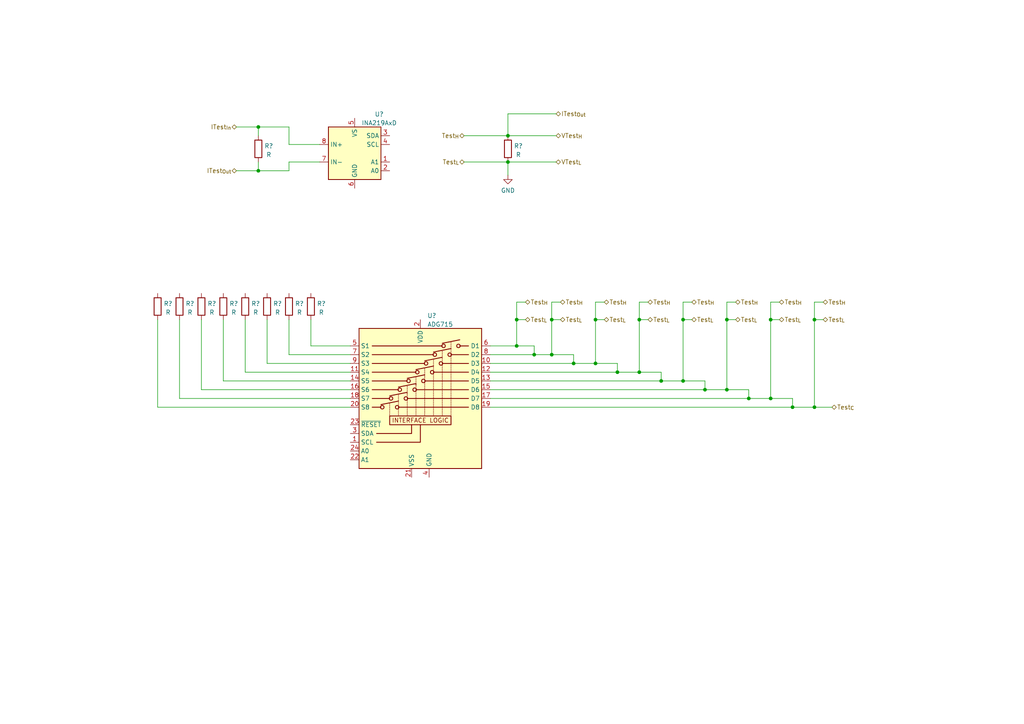
<source format=kicad_sch>
(kicad_sch (version 20211123) (generator eeschema)
  (paper "A4")
  (lib_symbols
    (symbol "4ms_Power-symbol:GND" (power) (pin_names (offset 0))
      (property "Value" "GND" (at 0 -3.81 0))
      (symbol "GND_0_1"
        (polyline (pts (xy 0 0) (xy 0 -1.27) (xy 1.27 -1.27) (xy 0 -2.54) (xy -1.27 -1.27) (xy 0 -1.27)))
      )
      (symbol "GND_1_1"
        (pin power_in line (at 0 0 270) (length 0) hide (name "GND") (number "1"))
      )
    )
    (symbol "Analog_ADC:INA219AxD"
      (property "Reference" "U" (at -6.35 8.89 0))
      (property "Value" "INA219AxD" (at 5.08 8.89 0))
      (symbol "INA219AxD_0_1"
        (rectangle (start -7.62 7.62) (end 7.62 -7.62) (stroke (width 0.254)) (fill (type background)))
      )
      (symbol "INA219AxD_1_1"
        (pin input line (at 10.16 -2.54 180) (length 2.54) (name "A1") (number "1"))
        (pin input line (at 10.16 -5.08 180) (length 2.54) (name "A0") (number "2"))
        (pin bidirectional line (at 10.16 5.08 180) (length 2.54) (name "SDA") (number "3"))
        (pin input line (at 10.16 2.54 180) (length 2.54) (name "SCL") (number "4"))
        (pin power_in line (at 0 10.16 270) (length 2.54) (name "VS") (number "5"))
        (pin power_in line (at 0 -10.16 90) (length 2.54) (name "GND") (number "6"))
        (pin input line (at -10.16 -2.54 0) (length 2.54) (name "IN-") (number "7"))
        (pin input line (at -10.16 2.54 0) (length 2.54) (name "IN+") (number "8"))
      )
    )
    (symbol "Analog_Switch:ADG715"
      (property "Reference" "U" (at -17.78 24.13 0))
      (property "Value" "ADG715" (at 10.16 24.13 0))
      (symbol "ADG715_0_0"
        (polyline (pts (xy -12.7 -7.62) (xy -2.54 -7.62) (xy -2.54 -5.08)) (stroke (width 0.254)))
        (polyline (pts (xy -12.7 -10.16) (xy 0 -10.16) (xy 0 -7.62) (xy 0 -5.08)) (stroke (width 0.254)))
        (text "INTERFACE LOGIC" (at 0 -3.81 0) (effects (font (size 1.27 1.27))))
      )
      (symbol "ADG715_0_1"
        (rectangle (start -17.78 -17.78) (end 17.78 22.86) (stroke (width 0.254)) (fill (type background)))
        (rectangle (start -8.89 -2.54) (end 8.89 -5.08) (stroke (width 0.254)))
        (polyline (pts (xy -11.43 0) (xy -13.97 0)) (stroke (width 0.254)))
        (polyline (pts (xy -8.89 2.54) (xy -13.97 2.54)) (stroke (width 0.254)))
        (polyline (pts (xy -6.35 0) (xy 13.97 0)) (stroke (width 0.254)))
        (polyline (pts (xy -6.35 5.08) (xy -13.97 5.08)) (stroke (width 0.254)))
        (polyline (pts (xy -3.81 2.54) (xy 13.97 2.54)) (stroke (width 0.254)))
        (polyline (pts (xy -3.81 7.62) (xy -13.97 7.62)) (stroke (width 0.254)))
        (polyline (pts (xy -1.27 5.08) (xy 13.97 5.08)) (stroke (width 0.254)))
        (polyline (pts (xy -1.27 10.16) (xy -13.97 10.16)) (stroke (width 0.254)))
        (polyline (pts (xy 1.27 7.62) (xy 13.97 7.62)) (stroke (width 0.254)))
        (polyline (pts (xy 1.27 12.7) (xy -13.97 12.7)) (stroke (width 0.254)))
        (polyline (pts (xy 3.81 10.16) (xy 13.97 10.16)) (stroke (width 0.254)))
        (polyline (pts (xy 3.81 15.24) (xy -13.97 15.24)) (stroke (width 0.254)))
        (polyline (pts (xy 6.35 12.7) (xy 13.97 12.7)) (stroke (width 0.254)))
        (polyline (pts (xy 6.35 17.78) (xy -13.97 17.78)) (stroke (width 0.254)))
        (polyline (pts (xy 8.89 15.24) (xy 13.97 15.24)) (stroke (width 0.254)))
        (polyline (pts (xy 11.43 17.78) (xy 13.97 17.78)) (stroke (width 0.254)))
      )
      (symbol "ADG715_1_1"
        (circle (center -11.049 0) (radius 0.508) (stroke (width 0.254)))
        (circle (center -8.509 2.54) (radius 0.508) (stroke (width 0.254)))
        (circle (center -6.731 0) (radius 0.508) (stroke (width 0.254)))
        (circle (center -5.969 5.08) (radius 0.508) (stroke (width 0.254)))
        (circle (center -4.191 2.54) (radius 0.508) (stroke (width 0.254)))
        (circle (center -3.429 7.62) (radius 0.508) (stroke (width 0.254)))
        (circle (center -1.651 5.08) (radius 0.508) (stroke (width 0.254)))
        (circle (center -0.889 10.16) (radius 0.508) (stroke (width 0.254)))
        (polyline (pts (xy -11.43 0.762) (xy -6.35 1.778)) (stroke (width 0.254)))
        (polyline (pts (xy -8.89 -2.286) (xy -8.89 -2.032)))
        (polyline (pts (xy -8.89 -1.778) (xy -8.89 -1.524)))
        (polyline (pts (xy -8.89 -1.27) (xy -8.89 -1.016)))
        (polyline (pts (xy -8.89 -0.762) (xy -8.89 -0.508)))
        (polyline (pts (xy -8.89 -0.254) (xy -8.89 0)))
        (polyline (pts (xy -8.89 0.254) (xy -8.89 0.508)))
        (polyline (pts (xy -8.89 0.762) (xy -8.89 1.016)))
        (polyline (pts (xy -8.89 3.302) (xy -3.81 4.318)) (stroke (width 0.254)))
        (polyline (pts (xy -6.35 -2.286) (xy -6.35 -2.032)))
        (polyline (pts (xy -6.35 -1.778) (xy -6.35 -1.524)))
        (polyline (pts (xy -6.35 -1.27) (xy -6.35 -1.016)))
        (polyline (pts (xy -6.35 -0.762) (xy -6.35 -0.508)))
        (polyline (pts (xy -6.35 -0.254) (xy -6.35 0)))
        (polyline (pts (xy -6.35 0.254) (xy -6.35 0.508)))
        (polyline (pts (xy -6.35 0.762) (xy -6.35 1.016)))
        (polyline (pts (xy -6.35 1.27) (xy -6.35 1.524)))
        (polyline (pts (xy -6.35 1.778) (xy -6.35 2.032)))
        (polyline (pts (xy -6.35 2.286) (xy -6.35 2.54)))
        (polyline (pts (xy -6.35 2.794) (xy -6.35 3.048)))
        (polyline (pts (xy -6.35 3.302) (xy -6.35 3.556)))
        (polyline (pts (xy -6.35 5.842) (xy -1.27 6.858)) (stroke (width 0.254)))
        (polyline (pts (xy -3.81 -2.286) (xy -3.81 -2.032)))
        (polyline (pts (xy -3.81 -1.778) (xy -3.81 -1.524)))
        (polyline (pts (xy -3.81 -1.27) (xy -3.81 -1.016)))
        (polyline (pts (xy -3.81 -0.762) (xy -3.81 -0.508)))
        (polyline (pts (xy -3.81 -0.254) (xy -3.81 0)))
        (polyline (pts (xy -3.81 0.254) (xy -3.81 0.508)))
        (polyline (pts (xy -3.81 0.762) (xy -3.81 1.016)))
        (polyline (pts (xy -3.81 1.27) (xy -3.81 1.524)))
        (polyline (pts (xy -3.81 1.778) (xy -3.81 2.032)))
        (polyline (pts (xy -3.81 2.286) (xy -3.81 2.54)))
        (polyline (pts (xy -3.81 2.794) (xy -3.81 3.048)))
        (polyline (pts (xy -3.81 3.302) (xy -3.81 3.556)))
        (polyline (pts (xy -3.81 3.81) (xy -3.81 4.064)))
        (polyline (pts (xy -3.81 3.81) (xy -3.81 4.064)))
        (polyline (pts (xy -3.81 3.81) (xy -3.81 4.064)))
        (polyline (pts (xy -3.81 3.81) (xy -3.81 4.064)))
        (polyline (pts (xy -3.81 4.318) (xy -3.81 4.572)))
        (polyline (pts (xy -3.81 4.826) (xy -3.81 5.08)))
        (polyline (pts (xy -3.81 5.334) (xy -3.81 5.588)))
        (polyline (pts (xy -3.81 5.842) (xy -3.81 6.096)))
        (polyline (pts (xy -3.81 8.382) (xy 1.27 9.398)) (stroke (width 0.254)))
        (polyline (pts (xy -1.27 -2.286) (xy -1.27 -2.032)))
        (polyline (pts (xy -1.27 -1.778) (xy -1.27 -1.524)))
        (polyline (pts (xy -1.27 -1.27) (xy -1.27 -1.016)))
        (polyline (pts (xy -1.27 -0.762) (xy -1.27 -0.508)))
        (polyline (pts (xy -1.27 -0.254) (xy -1.27 0)))
        (polyline (pts (xy -1.27 0.254) (xy -1.27 0.508)))
        (polyline (pts (xy -1.27 0.762) (xy -1.27 1.016)))
        (polyline (pts (xy -1.27 1.27) (xy -1.27 1.524)))
        (polyline (pts (xy -1.27 1.778) (xy -1.27 2.032)))
        (polyline (pts (xy -1.27 2.286) (xy -1.27 2.54)))
        (polyline (pts (xy -1.27 2.794) (xy -1.27 3.048)))
        (polyline (pts (xy -1.27 3.302) (xy -1.27 3.556)))
        (polyline (pts (xy -1.27 3.81) (xy -1.27 4.064)))
        (polyline (pts (xy -1.27 4.318) (xy -1.27 4.572)))
        (polyline (pts (xy -1.27 4.826) (xy -1.27 5.08)))
        (polyline (pts (xy -1.27 5.334) (xy -1.27 5.588)))
        (polyline (pts (xy -1.27 5.842) (xy -1.27 6.096)))
        (polyline (pts (xy -1.27 6.35) (xy -1.27 6.604)))
        (polyline (pts (xy -1.27 6.35) (xy -1.27 6.604)))
        (polyline (pts (xy -1.27 6.35) (xy -1.27 6.604)))
        (polyline (pts (xy -1.27 6.858) (xy -1.27 7.112)))
        (polyline (pts (xy -1.27 7.366) (xy -1.27 7.62)))
        (polyline (pts (xy -1.27 7.874) (xy -1.27 8.128)))
        (polyline (pts (xy -1.27 8.382) (xy -1.27 8.636)))
        (polyline (pts (xy -1.27 10.922) (xy 3.81 11.938)) (stroke (width 0.254)))
        (polyline (pts (xy 1.27 -2.286) (xy 1.27 -2.032)))
        (polyline (pts (xy 1.27 -1.778) (xy 1.27 -1.524)))
        (polyline (pts (xy 1.27 -1.27) (xy 1.27 -1.016)))
        (polyline (pts (xy 1.27 -0.762) (xy 1.27 -0.508)))
        (polyline (pts (xy 1.27 -0.254) (xy 1.27 0)))
        (polyline (pts (xy 1.27 0.254) (xy 1.27 0.508)))
        (polyline (pts (xy 1.27 0.762) (xy 1.27 1.016)))
        (polyline (pts (xy 1.27 1.27) (xy 1.27 1.524)))
        (polyline (pts (xy 1.27 1.778) (xy 1.27 2.032)))
        (polyline (pts (xy 1.27 2.286) (xy 1.27 2.54)))
        (polyline (pts (xy 1.27 2.794) (xy 1.27 3.048)))
        (polyline (pts (xy 1.27 3.302) (xy 1.27 3.556)))
        (polyline (pts (xy 1.27 3.81) (xy 1.27 4.064)))
        (polyline (pts (xy 1.27 4.318) (xy 1.27 4.572)))
        (polyline (pts (xy 1.27 4.826) (xy 1.27 5.08)))
        (polyline (pts (xy 1.27 5.334) (xy 1.27 5.588)))
        (polyline (pts (xy 1.27 5.842) (xy 1.27 6.096)))
        (polyline (pts (xy 1.27 6.35) (xy 1.27 6.604)))
        (polyline (pts (xy 1.27 6.858) (xy 1.27 7.112)))
        (polyline (pts (xy 1.27 7.366) (xy 1.27 7.62)))
        (polyline (pts (xy 1.27 7.874) (xy 1.27 8.128)))
        (polyline (pts (xy 1.27 8.382) (xy 1.27 8.636)))
        (polyline (pts (xy 1.27 8.89) (xy 1.27 9.144)))
        (polyline (pts (xy 1.27 8.89) (xy 1.27 9.144)))
        (polyline (pts (xy 1.27 9.398) (xy 1.27 9.652)))
        (polyline (pts (xy 1.27 9.906) (xy 1.27 10.16)))
        (polyline (pts (xy 1.27 10.414) (xy 1.27 10.668)))
        (polyline (pts (xy 1.27 10.922) (xy 1.27 11.176)))
        (polyline (pts (xy 1.27 13.462) (xy 6.35 14.478)) (stroke (width 0.254)))
        (polyline (pts (xy 3.81 -2.286) (xy 3.81 -2.032)))
        (polyline (pts (xy 3.81 -1.778) (xy 3.81 -1.524)))
        (polyline (pts (xy 3.81 -1.27) (xy 3.81 -1.016)))
        (polyline (pts (xy 3.81 -0.762) (xy 3.81 -0.508)))
        (polyline (pts (xy 3.81 -0.254) (xy 3.81 0)))
        (polyline (pts (xy 3.81 0.254) (xy 3.81 0.508)))
        (polyline (pts (xy 3.81 0.762) (xy 3.81 1.016)))
        (polyline (pts (xy 3.81 1.27) (xy 3.81 1.524)))
        (polyline (pts (xy 3.81 1.778) (xy 3.81 2.032)))
        (polyline (pts (xy 3.81 2.286) (xy 3.81 2.54)))
        (polyline (pts (xy 3.81 2.794) (xy 3.81 3.048)))
        (polyline (pts (xy 3.81 3.302) (xy 3.81 3.556)))
        (polyline (pts (xy 3.81 3.81) (xy 3.81 4.064)))
        (polyline (pts (xy 3.81 4.318) (xy 3.81 4.572)))
        (polyline (pts (xy 3.81 4.826) (xy 3.81 5.08)))
        (polyline (pts (xy 3.81 5.334) (xy 3.81 5.588)))
        (polyline (pts (xy 3.81 5.842) (xy 3.81 6.096)))
        (polyline (pts (xy 3.81 6.35) (xy 3.81 6.604)))
        (polyline (pts (xy 3.81 6.858) (xy 3.81 7.112)))
        (polyline (pts (xy 3.81 7.366) (xy 3.81 7.62)))
        (polyline (pts (xy 3.81 7.874) (xy 3.81 8.128)))
        (polyline (pts (xy 3.81 8.382) (xy 3.81 8.636)))
        (polyline (pts (xy 3.81 8.89) (xy 3.81 9.144)))
        (polyline (pts (xy 3.81 9.398) (xy 3.81 9.652)))
        (polyline (pts (xy 3.81 9.906) (xy 3.81 10.16)))
        (polyline (pts (xy 3.81 10.414) (xy 3.81 10.668)))
        (polyline (pts (xy 3.81 10.922) (xy 3.81 11.176)))
        (polyline (pts (xy 3.81 11.43) (xy 3.81 11.684)))
        (polyline (pts (xy 3.81 11.938) (xy 3.81 12.192)))
        (polyline (pts (xy 3.81 12.446) (xy 3.81 12.7)))
        (polyline (pts (xy 3.81 12.954) (xy 3.81 13.208)))
        (polyline (pts (xy 3.81 13.462) (xy 3.81 13.716)))
        (polyline (pts (xy 3.81 16.002) (xy 8.89 17.018)) (stroke (width 0.254)))
        (polyline (pts (xy 6.35 -2.286) (xy 6.35 -2.032)))
        (polyline (pts (xy 6.35 -1.778) (xy 6.35 -1.524)))
        (polyline (pts (xy 6.35 -1.27) (xy 6.35 -1.016)))
        (polyline (pts (xy 6.35 -0.762) (xy 6.35 -0.508)))
        (polyline (pts (xy 6.35 -0.254) (xy 6.35 0)))
        (polyline (pts (xy 6.35 0.254) (xy 6.35 0.508)))
        (polyline (pts (xy 6.35 0.762) (xy 6.35 1.016)))
        (polyline (pts (xy 6.35 1.27) (xy 6.35 1.524)))
        (polyline (pts (xy 6.35 1.778) (xy 6.35 2.032)))
        (polyline (pts (xy 6.35 2.286) (xy 6.35 2.54)))
        (polyline (pts (xy 6.35 2.794) (xy 6.35 3.048)))
        (polyline (pts (xy 6.35 3.302) (xy 6.35 3.556)))
        (polyline (pts (xy 6.35 3.81) (xy 6.35 4.064)))
        (polyline (pts (xy 6.35 4.318) (xy 6.35 4.572)))
        (polyline (pts (xy 6.35 4.826) (xy 6.35 5.08)))
        (polyline (pts (xy 6.35 5.334) (xy 6.35 5.588)))
        (polyline (pts (xy 6.35 5.842) (xy 6.35 6.096)))
        (polyline (pts (xy 6.35 6.35) (xy 6.35 6.604)))
        (polyline (pts (xy 6.35 6.858) (xy 6.35 7.112)))
        (polyline (pts (xy 6.35 7.366) (xy 6.35 7.62)))
        (polyline (pts (xy 6.35 7.874) (xy 6.35 8.128)))
        (polyline (pts (xy 6.35 8.382) (xy 6.35 8.636)))
        (polyline (pts (xy 6.35 8.89) (xy 6.35 9.144)))
        (polyline (pts (xy 6.35 9.398) (xy 6.35 9.652)))
        (polyline (pts (xy 6.35 9.906) (xy 6.35 10.16)))
        (polyline (pts (xy 6.35 10.414) (xy 6.35 10.668)))
        (polyline (pts (xy 6.35 10.922) (xy 6.35 11.176)))
        (polyline (pts (xy 6.35 11.43) (xy 6.35 11.684)))
        (polyline (pts (xy 6.35 11.938) (xy 6.35 12.192)))
        (polyline (pts (xy 6.35 12.446) (xy 6.35 12.7)))
        (polyline (pts (xy 6.35 12.954) (xy 6.35 13.208)))
        (polyline (pts (xy 6.35 13.462) (xy 6.35 13.716)))
        (polyline (pts (xy 6.35 13.97) (xy 6.35 14.224)))
        (polyline (pts (xy 6.35 14.478) (xy 6.35 14.732)))
        (polyline (pts (xy 6.35 14.986) (xy 6.35 15.24)))
        (polyline (pts (xy 6.35 15.494) (xy 6.35 15.748)))
        (polyline (pts (xy 6.35 16.002) (xy 6.35 16.256)))
        (polyline (pts (xy 6.35 18.542) (xy 11.43 19.558)) (stroke (width 0.254)))
        (polyline (pts (xy 8.89 -2.286) (xy 8.89 -2.032)))
        (polyline (pts (xy 8.89 -1.778) (xy 8.89 -1.524)))
        (polyline (pts (xy 8.89 -1.27) (xy 8.89 -1.016)))
        (polyline (pts (xy 8.89 -0.762) (xy 8.89 -0.508)))
        (polyline (pts (xy 8.89 -0.254) (xy 8.89 0)))
        (polyline (pts (xy 8.89 0.254) (xy 8.89 0.508)))
        (polyline (pts (xy 8.89 0.762) (xy 8.89 1.016)))
        (polyline (pts (xy 8.89 1.27) (xy 8.89 1.524)))
        (polyline (pts (xy 8.89 1.778) (xy 8.89 2.032)))
        (polyline (pts (xy 8.89 2.286) (xy 8.89 2.54)))
        (polyline (pts (xy 8.89 2.794) (xy 8.89 3.048)))
        (polyline (pts (xy 8.89 3.302) (xy 8.89 3.556)))
        (polyline (pts (xy 8.89 3.81) (xy 8.89 4.064)))
        (polyline (pts (xy 8.89 4.318) (xy 8.89 4.572)))
        (polyline (pts (xy 8.89 4.826) (xy 8.89 5.08)))
        (polyline (pts (xy 8.89 5.334) (xy 8.89 5.588)))
        (polyline (pts (xy 8.89 5.842) (xy 8.89 6.096)))
        (polyline (pts (xy 8.89 6.35) (xy 8.89 6.604)))
        (polyline (pts (xy 8.89 6.858) (xy 8.89 7.112)))
        (polyline (pts (xy 8.89 7.366) (xy 8.89 7.62)))
        (polyline (pts (xy 8.89 7.874) (xy 8.89 8.128)))
        (polyline (pts (xy 8.89 8.382) (xy 8.89 8.636)))
        (polyline (pts (xy 8.89 8.89) (xy 8.89 9.144)))
        (polyline (pts (xy 8.89 9.398) (xy 8.89 9.652)))
        (polyline (pts (xy 8.89 9.906) (xy 8.89 10.16)))
        (polyline (pts (xy 8.89 10.414) (xy 8.89 10.668)))
        (polyline (pts (xy 8.89 10.922) (xy 8.89 11.176)))
        (polyline (pts (xy 8.89 11.43) (xy 8.89 11.684)))
        (polyline (pts (xy 8.89 11.938) (xy 8.89 12.192)))
        (polyline (pts (xy 8.89 12.446) (xy 8.89 12.7)))
        (polyline (pts (xy 8.89 12.954) (xy 8.89 13.208)))
        (polyline (pts (xy 8.89 13.462) (xy 8.89 13.716)))
        (polyline (pts (xy 8.89 13.97) (xy 8.89 14.224)))
        (polyline (pts (xy 8.89 14.478) (xy 8.89 14.732)))
        (polyline (pts (xy 8.89 14.986) (xy 8.89 15.24)))
        (polyline (pts (xy 8.89 15.494) (xy 8.89 15.748)))
        (polyline (pts (xy 8.89 16.002) (xy 8.89 16.256)))
        (polyline (pts (xy 8.89 16.51) (xy 8.89 16.764)))
        (polyline (pts (xy 8.89 17.018) (xy 8.89 17.272)))
        (polyline (pts (xy 8.89 17.526) (xy 8.89 17.78)))
        (polyline (pts (xy 8.89 18.034) (xy 8.89 18.288)))
        (polyline (pts (xy 8.89 18.542) (xy 8.89 18.796)))
        (circle (center 0.889 7.62) (radius 0.508) (stroke (width 0.254)))
        (circle (center 1.651 12.7) (radius 0.508) (stroke (width 0.254)))
        (circle (center 3.429 10.16) (radius 0.508) (stroke (width 0.254)))
        (circle (center 4.191 15.24) (radius 0.508) (stroke (width 0.254)))
        (circle (center 5.969 12.7) (radius 0.508) (stroke (width 0.254)))
        (circle (center 6.731 17.78) (radius 0.508) (stroke (width 0.254)))
        (circle (center 8.509 15.24) (radius 0.508) (stroke (width 0.254)))
        (circle (center 11.049 17.78) (radius 0.508) (stroke (width 0.254)))
        (pin input line (at -20.32 -10.16 0) (length 2.54) (name "SCL") (number "1"))
        (pin passive line (at 20.32 12.7 180) (length 2.54) (name "D3") (number "10"))
        (pin passive line (at -20.32 10.16 0) (length 2.54) (name "S4") (number "11"))
        (pin passive line (at 20.32 10.16 180) (length 2.54) (name "D4") (number "12"))
        (pin passive line (at 20.32 7.62 180) (length 2.54) (name "D5") (number "13"))
        (pin passive line (at -20.32 7.62 0) (length 2.54) (name "S5") (number "14"))
        (pin passive line (at 20.32 5.08 180) (length 2.54) (name "D6") (number "15"))
        (pin passive line (at -20.32 5.08 0) (length 2.54) (name "S6") (number "16"))
        (pin passive line (at 20.32 2.54 180) (length 2.54) (name "D7") (number "17"))
        (pin passive line (at -20.32 2.54 0) (length 2.54) (name "S7") (number "18"))
        (pin passive line (at 20.32 0 180) (length 2.54) (name "D8") (number "19"))
        (pin power_in line (at 0 25.4 270) (length 2.54) (name "VDD") (number "2"))
        (pin passive line (at -20.32 0 0) (length 2.54) (name "S8") (number "20"))
        (pin power_in line (at -2.54 -20.32 90) (length 2.54) (name "VSS") (number "21"))
        (pin input line (at -20.32 -15.24 0) (length 2.54) (name "A1") (number "22"))
        (pin input line (at -20.32 -5.08 0) (length 2.54) (name "~{RESET}") (number "23"))
        (pin input line (at -20.32 -12.7 0) (length 2.54) (name "A0") (number "24"))
        (pin bidirectional line (at -20.32 -7.62 0) (length 2.54) (name "SDA") (number "3"))
        (pin power_in line (at 2.54 -20.32 90) (length 2.54) (name "GND") (number "4"))
        (pin passive line (at -20.32 17.78 0) (length 2.54) (name "S1") (number "5"))
        (pin passive line (at 20.32 17.78 180) (length 2.54) (name "D1") (number "6"))
        (pin passive line (at -20.32 15.24 0) (length 2.54) (name "S2") (number "7"))
        (pin passive line (at 20.32 15.24 180) (length 2.54) (name "D2") (number "8"))
        (pin passive line (at -20.32 12.7 0) (length 2.54) (name "S3") (number "9"))
      )
    )
    (symbol "Device:R" (pin_numbers hide) (pin_names (offset 0))
      (property "Reference" "R" (at 2.032 0 90))
      (property "Value" "R" (at 0 0 90))
      (symbol "R_0_1"
        (rectangle (start -1.016 -2.54) (end 1.016 2.54) (stroke (width 0.254)))
      )
      (symbol "R_1_1"
        (pin passive line (at 0 3.81 270) (length 1.27) (name "~") (number "1"))
        (pin passive line (at 0 -3.81 90) (length 1.27) (name "~") (number "2"))
      )
    )
  )
  (junction (at 217.17 115.57))
  (junction (at 154.94 102.87))
  (junction (at 198.12 92.71))
  (junction (at 185.42 92.71))
  (junction (at 236.22 118.11))
  (junction (at 210.82 113.03))
  (junction (at 223.52 115.57))
  (junction (at 160.02 92.71))
  (junction (at 147.32 39.37))
  (junction (at 223.52 92.71))
  (junction (at 229.87 118.11))
  (junction (at 198.12 110.49))
  (junction (at 149.86 100.33))
  (junction (at 172.72 92.71))
  (junction (at 166.37 105.41))
  (junction (at 236.22 92.71))
  (junction (at 179.07 107.95))
  (junction (at 172.72 105.41))
  (junction (at 149.86 92.71))
  (junction (at 74.93 36.83))
  (junction (at 204.47 113.03))
  (junction (at 147.32 46.99))
  (junction (at 160.02 102.87))
  (junction (at 185.42 107.95))
  (junction (at 191.77 110.49))
  (junction (at 210.82 92.71))
  (junction (at 74.93 49.53))
  (wire (pts (xy 64.77 110.49) (xy 101.6 110.49)))
  (wire (pts (xy 149.86 92.71) (xy 149.86 87.63)))
  (wire (pts (xy 210.82 92.71) (xy 213.36 92.71)))
  (wire (pts (xy 45.72 92.71) (xy 45.72 118.11)))
  (wire (pts (xy 74.93 49.53) (xy 68.58 49.53)))
  (wire (pts (xy 172.72 87.63) (xy 175.26 87.63)))
  (wire (pts (xy 92.71 41.91) (xy 83.82 41.91)))
  (wire (pts (xy 142.24 113.03) (xy 204.47 113.03)))
  (wire (pts (xy 142.24 102.87) (xy 154.94 102.87)))
  (wire (pts (xy 64.77 92.71) (xy 64.77 110.49)))
  (wire (pts (xy 45.72 118.11) (xy 101.6 118.11)))
  (wire (pts (xy 83.82 92.71) (xy 83.82 102.87)))
  (wire (pts (xy 142.24 118.11) (xy 229.87 118.11)))
  (wire (pts (xy 210.82 92.71) (xy 210.82 87.63)))
  (wire (pts (xy 71.12 92.71) (xy 71.12 107.95)))
  (wire (pts (xy 149.86 87.63) (xy 152.4 87.63)))
  (wire (pts (xy 83.82 46.99) (xy 92.71 46.99)))
  (wire (pts (xy 185.42 92.71) (xy 185.42 87.63)))
  (wire (pts (xy 74.93 36.83) (xy 74.93 39.37)))
  (wire (pts (xy 223.52 92.71) (xy 226.06 92.71)))
  (wire (pts (xy 223.52 92.71) (xy 223.52 87.63)))
  (wire (pts (xy 90.17 92.71) (xy 90.17 100.33)))
  (wire (pts (xy 154.94 100.33) (xy 154.94 102.87)))
  (wire (pts (xy 166.37 102.87) (xy 166.37 105.41)))
  (wire (pts (xy 58.42 113.03) (xy 101.6 113.03)))
  (wire (pts (xy 142.24 100.33) (xy 149.86 100.33)))
  (wire (pts (xy 198.12 92.71) (xy 198.12 87.63)))
  (wire (pts (xy 191.77 107.95) (xy 191.77 110.49)))
  (wire (pts (xy 179.07 105.41) (xy 179.07 107.95)))
  (wire (pts (xy 217.17 113.03) (xy 217.17 115.57)))
  (wire (pts (xy 149.86 92.71) (xy 152.4 92.71)))
  (wire (pts (xy 134.62 39.37) (xy 147.32 39.37)))
  (wire (pts (xy 172.72 105.41) (xy 179.07 105.41)))
  (wire (pts (xy 198.12 110.49) (xy 204.47 110.49)))
  (wire (pts (xy 229.87 118.11) (xy 236.22 118.11)))
  (wire (pts (xy 229.87 115.57) (xy 229.87 118.11)))
  (wire (pts (xy 160.02 87.63) (xy 162.56 87.63)))
  (wire (pts (xy 52.07 92.71) (xy 52.07 115.57)))
  (wire (pts (xy 83.82 41.91) (xy 83.82 36.83)))
  (wire (pts (xy 83.82 49.53) (xy 83.82 46.99)))
  (wire (pts (xy 160.02 92.71) (xy 162.56 92.71)))
  (wire (pts (xy 223.52 115.57) (xy 229.87 115.57)))
  (wire (pts (xy 236.22 87.63) (xy 238.76 87.63)))
  (wire (pts (xy 147.32 39.37) (xy 161.29 39.37)))
  (wire (pts (xy 160.02 92.71) (xy 160.02 87.63)))
  (wire (pts (xy 191.77 110.49) (xy 198.12 110.49)))
  (wire (pts (xy 204.47 110.49) (xy 204.47 113.03)))
  (wire (pts (xy 149.86 100.33) (xy 149.86 92.71)))
  (wire (pts (xy 185.42 92.71) (xy 185.42 107.95)))
  (wire (pts (xy 198.12 92.71) (xy 200.66 92.71)))
  (wire (pts (xy 52.07 115.57) (xy 101.6 115.57)))
  (wire (pts (xy 74.93 36.83) (xy 83.82 36.83)))
  (wire (pts (xy 236.22 92.71) (xy 238.76 92.71)))
  (wire (pts (xy 172.72 92.71) (xy 172.72 87.63)))
  (wire (pts (xy 147.32 33.02) (xy 161.29 33.02)))
  (wire (pts (xy 204.47 113.03) (xy 210.82 113.03)))
  (wire (pts (xy 185.42 87.63) (xy 187.96 87.63)))
  (wire (pts (xy 210.82 92.71) (xy 210.82 113.03)))
  (wire (pts (xy 147.32 46.99) (xy 161.29 46.99)))
  (wire (pts (xy 74.93 49.53) (xy 83.82 49.53)))
  (wire (pts (xy 154.94 102.87) (xy 160.02 102.87)))
  (wire (pts (xy 198.12 87.63) (xy 200.66 87.63)))
  (wire (pts (xy 83.82 102.87) (xy 101.6 102.87)))
  (wire (pts (xy 236.22 92.71) (xy 236.22 87.63)))
  (wire (pts (xy 142.24 110.49) (xy 191.77 110.49)))
  (wire (pts (xy 77.47 105.41) (xy 101.6 105.41)))
  (wire (pts (xy 210.82 113.03) (xy 217.17 113.03)))
  (wire (pts (xy 68.58 36.83) (xy 74.93 36.83)))
  (wire (pts (xy 142.24 107.95) (xy 179.07 107.95)))
  (wire (pts (xy 90.17 100.33) (xy 101.6 100.33)))
  (wire (pts (xy 160.02 102.87) (xy 166.37 102.87)))
  (wire (pts (xy 172.72 92.71) (xy 172.72 105.41)))
  (wire (pts (xy 185.42 107.95) (xy 191.77 107.95)))
  (wire (pts (xy 101.6 107.95) (xy 71.12 107.95)))
  (wire (pts (xy 142.24 115.57) (xy 217.17 115.57)))
  (wire (pts (xy 185.42 92.71) (xy 187.96 92.71)))
  (wire (pts (xy 77.47 92.71) (xy 77.47 105.41)))
  (wire (pts (xy 147.32 39.37) (xy 147.32 33.02)))
  (wire (pts (xy 198.12 92.71) (xy 198.12 110.49)))
  (wire (pts (xy 210.82 87.63) (xy 213.36 87.63)))
  (wire (pts (xy 134.62 46.99) (xy 147.32 46.99)))
  (wire (pts (xy 166.37 105.41) (xy 172.72 105.41)))
  (wire (pts (xy 142.24 105.41) (xy 166.37 105.41)))
  (wire (pts (xy 160.02 102.87) (xy 160.02 92.71)))
  (wire (pts (xy 223.52 87.63) (xy 226.06 87.63)))
  (wire (pts (xy 179.07 107.95) (xy 185.42 107.95)))
  (wire (pts (xy 236.22 92.71) (xy 236.22 118.11)))
  (wire (pts (xy 58.42 92.71) (xy 58.42 113.03)))
  (wire (pts (xy 236.22 118.11) (xy 241.3 118.11)))
  (wire (pts (xy 172.72 92.71) (xy 175.26 92.71)))
  (wire (pts (xy 147.32 46.99) (xy 147.32 50.8)))
  (wire (pts (xy 223.52 92.71) (xy 223.52 115.57)))
  (wire (pts (xy 217.17 115.57) (xy 223.52 115.57)))
  (wire (pts (xy 149.86 100.33) (xy 154.94 100.33)))
  (wire (pts (xy 74.93 46.99) (xy 74.93 49.53)))
  (hierarchical_label "Test_{H}" (shape bidirectional) (at 187.96 87.63 0))
  (hierarchical_label "Test_{H}" (shape bidirectional) (at 226.06 87.63 0))
  (hierarchical_label "Test_{H}" (shape bidirectional) (at 200.66 87.63 0))
  (hierarchical_label "Test_{L}" (shape bidirectional) (at 175.26 92.71 0))
  (hierarchical_label "Test_{L}" (shape bidirectional) (at 187.96 92.71 0))
  (hierarchical_label "Test_{L}" (shape bidirectional) (at 238.76 92.71 0))
  (hierarchical_label "Test_{C}" (shape bidirectional) (at 241.3 118.11 0))
  (hierarchical_label "Test_{H}" (shape bidirectional) (at 213.36 87.63 0))
  (hierarchical_label "Test_{H}" (shape bidirectional) (at 152.4 87.63 0))
  (hierarchical_label "ITest_{Out}" (shape bidirectional) (at 68.58 49.53 180))
  (hierarchical_label "Test_{H}" (shape bidirectional) (at 175.26 87.63 0))
  (hierarchical_label "Test_{L}" (shape bidirectional) (at 162.56 92.71 0))
  (hierarchical_label "Test_{L}" (shape bidirectional) (at 200.66 92.71 0))
  (hierarchical_label "ITest_{Out}" (shape bidirectional) (at 161.29 33.02 0))
  (hierarchical_label "Test_{L}" (shape bidirectional) (at 213.36 92.71 0))
  (hierarchical_label "Test_{L}" (shape bidirectional) (at 134.62 46.99 180))
  (hierarchical_label "Test_{L}" (shape bidirectional) (at 226.06 92.71 0))
  (hierarchical_label "Test_{H}" (shape bidirectional) (at 238.76 87.63 0))
  (hierarchical_label "Test_{L}" (shape bidirectional) (at 152.4 92.71 0))
  (hierarchical_label "Test_{H}" (shape bidirectional) (at 162.56 87.63 0))
  (hierarchical_label "Test_{H}" (shape bidirectional) (at 134.62 39.37 180))
  (hierarchical_label "VTest_{H}" (shape bidirectional) (at 161.29 39.37 0))
  (hierarchical_label "VTest_{L}" (shape bidirectional) (at 161.29 46.99 0))
  (hierarchical_label "ITest_{In}" (shape bidirectional) (at 68.58 36.83 180))
  (symbol (lib_id "Device:R") (at 45.72 88.9 0) (unit 1)
    (property "Reference" "R?" (at 48.7567 88.0653 0))
    (property "Value" "R" (at 48.7567 90.6022 0))
  )
  (symbol (lib_id "Device:R") (at 58.42 88.9 0) (unit 1)
    (property "Reference" "R?" (at 61.4567 88.0653 0))
    (property "Value" "R" (at 61.4567 90.6022 0))
  )
  (symbol (lib_id "Device:R") (at 52.07 88.9 0) (unit 1)
    (property "Reference" "R?" (at 55.1067 88.0653 0))
    (property "Value" "R" (at 55.1067 90.6022 0))
  )
  (symbol (lib_id "Device:R") (at 74.93 43.18 0) (unit 1)
    (property "Reference" "R?" (at 77.9667 42.3453 0))
    (property "Value" "R" (at 77.9667 44.8822 0))
  )
  (symbol (lib_id "Device:R") (at 77.47 88.9 0) (unit 1)
    (property "Reference" "R?" (at 80.5067 88.0653 0))
    (property "Value" "R" (at 80.5067 90.6022 0))
  )
  (symbol (lib_id "Device:R") (at 64.77 88.9 0) (unit 1)
    (property "Reference" "R?" (at 67.8067 88.0653 0))
    (property "Value" "R" (at 67.8067 90.6022 0))
  )
  (symbol (lib_id "Analog_Switch:ADG715") (at 121.92 118.11 0) (unit 1)
    (property "Reference" "U?" (at 123.9394 91.5502 0) (effects (justify left)))
    (property "Value" "ADG715" (at 123.9394 94.0871 0) (effects (justify left)))
    (property "Footprint" "Package_SO:TSSOP-24_4.4x7.8mm_P0.65mm" (effects hide))
    (property "Datasheet" "https://www.analog.com/media/en/technical-documentation/data-sheets/ADG714_715.pdf" (effects hide))
  )
  (symbol (lib_id "Device:R") (at 71.12 88.9 0) (unit 1)
    (property "Reference" "R?" (at 74.1567 88.0653 0))
    (property "Value" "R" (at 74.1567 90.6022 0))
  )
  (symbol (lib_id "Device:R") (at 147.32 43.18 0) (unit 1)
    (property "Reference" "R?" (at 150.3567 42.3453 0))
    (property "Value" "R" (at 150.3567 44.8822 0))
  )
  (symbol (lib_id "Analog_ADC:INA219AxD") (at 102.87 44.45 0) (unit 1)
    (property "Reference" "U?" (at 109.9883 33.1302 0))
    (property "Value" "INA219AxD" (at 109.9883 35.6671 0))
    (property "Footprint" "Package_SO:SOIC-8_3.9x4.9mm_P1.27mm" (effects hide))
    (property "Datasheet" "http://www.ti.com/lit/ds/symlink/ina219.pdf" (effects hide))
  )
  (symbol (lib_id "4ms_Power-symbol:GND") (at 147.32 50.8 0) (unit 1)
    (property "Reference" "#PWR?" (effects hide))
    (property "Value" "GND" (at 147.32 55.2434 0))
  )
  (symbol (lib_id "Device:R") (at 83.82 88.9 0) (unit 1)
    (property "Reference" "R?" (at 86.8567 88.0653 0))
    (property "Value" "R" (at 86.8567 90.6022 0))
  )
  (symbol (lib_id "Device:R") (at 90.17 88.9 0) (unit 1)
    (property "Reference" "R?" (at 93.2067 88.0653 0))
    (property "Value" "R" (at 93.2067 90.6022 0))
  )
)
</source>
